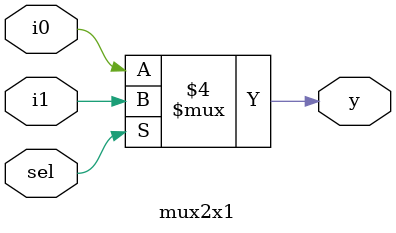
<source format=v>
module mux2x1(i0, i1, sel, y);
	input i0, i1, sel;
	output reg y; // reg stands for register, because the register has to hold the value till the output changes, this occurs only when i0, i1 or sel changes (in always block)
	
	// Behavioral implementation of mux2x1
	// anytime i0, i1, or sel changes
	always @ (i0 or i1 or sel) begin 
		// If sel=0, y should be i0, else y should be i1
		if (sel == 0) y = i0;
		else y = i1;
	end
	
	
endmodule
</source>
